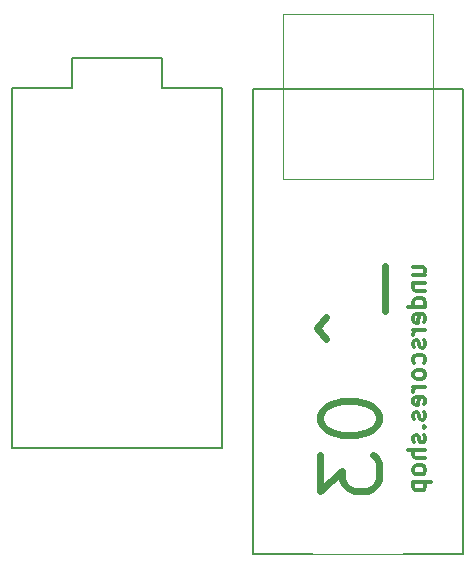
<source format=gbo>
G04 #@! TF.GenerationSoftware,KiCad,Pcbnew,(5.1.4-0-10_14)*
G04 #@! TF.CreationDate,2021-06-29T13:44:29+12:00*
G04 #@! TF.ProjectId,transcribe_circuit,7472616e-7363-4726-9962-655f63697263,rev?*
G04 #@! TF.SameCoordinates,Original*
G04 #@! TF.FileFunction,Legend,Bot*
G04 #@! TF.FilePolarity,Positive*
%FSLAX46Y46*%
G04 Gerber Fmt 4.6, Leading zero omitted, Abs format (unit mm)*
G04 Created by KiCad (PCBNEW (5.1.4-0-10_14)) date 2021-06-29 13:44:29*
%MOMM*%
%LPD*%
G04 APERTURE LIST*
%ADD10C,0.600000*%
%ADD11C,0.300000*%
%ADD12C,0.150000*%
%ADD13C,0.120000*%
G04 APERTURE END LIST*
D10*
X-197661904Y774600000D02*
X-197661904Y770790476D01*
X-202661904Y770314285D02*
X-203376190Y769361904D01*
X-202661904Y768409523D01*
X-203138095Y761980952D02*
X-203138095Y761504761D01*
X-202900000Y761028571D01*
X-202661904Y760790476D01*
X-202185714Y760552380D01*
X-201233333Y760314285D01*
X-200042857Y760314285D01*
X-199090476Y760552380D01*
X-198614285Y760790476D01*
X-198376190Y761028571D01*
X-198138095Y761504761D01*
X-198138095Y761980952D01*
X-198376190Y762457142D01*
X-198614285Y762695238D01*
X-199090476Y762933333D01*
X-200042857Y763171428D01*
X-201233333Y763171428D01*
X-202185714Y762933333D01*
X-202661904Y762695238D01*
X-202900000Y762457142D01*
X-203138095Y761980952D01*
X-203138095Y758647619D02*
X-203138095Y755552380D01*
X-201233333Y757219047D01*
X-201233333Y756504761D01*
X-200995238Y756028571D01*
X-200757142Y755790476D01*
X-200280952Y755552380D01*
X-199090476Y755552380D01*
X-198614285Y755790476D01*
X-198376190Y756028571D01*
X-198138095Y756504761D01*
X-198138095Y757933333D01*
X-198376190Y758409523D01*
X-198614285Y758647619D01*
D11*
X-195221428Y773885714D02*
X-194221428Y773885714D01*
X-195221428Y774528571D02*
X-194435714Y774528571D01*
X-194292857Y774457142D01*
X-194221428Y774314285D01*
X-194221428Y774100000D01*
X-194292857Y773957142D01*
X-194364285Y773885714D01*
X-195221428Y773171428D02*
X-194221428Y773171428D01*
X-195078571Y773171428D02*
X-195150000Y773100000D01*
X-195221428Y772957142D01*
X-195221428Y772742857D01*
X-195150000Y772600000D01*
X-195007142Y772528571D01*
X-194221428Y772528571D01*
X-194221428Y771171428D02*
X-195721428Y771171428D01*
X-194292857Y771171428D02*
X-194221428Y771314285D01*
X-194221428Y771600000D01*
X-194292857Y771742857D01*
X-194364285Y771814285D01*
X-194507142Y771885714D01*
X-194935714Y771885714D01*
X-195078571Y771814285D01*
X-195150000Y771742857D01*
X-195221428Y771600000D01*
X-195221428Y771314285D01*
X-195150000Y771171428D01*
X-194292857Y769885714D02*
X-194221428Y770028571D01*
X-194221428Y770314285D01*
X-194292857Y770457142D01*
X-194435714Y770528571D01*
X-195007142Y770528571D01*
X-195150000Y770457142D01*
X-195221428Y770314285D01*
X-195221428Y770028571D01*
X-195150000Y769885714D01*
X-195007142Y769814285D01*
X-194864285Y769814285D01*
X-194721428Y770528571D01*
X-194221428Y769171428D02*
X-195221428Y769171428D01*
X-194935714Y769171428D02*
X-195078571Y769100000D01*
X-195150000Y769028571D01*
X-195221428Y768885714D01*
X-195221428Y768742857D01*
X-194292857Y768314285D02*
X-194221428Y768171428D01*
X-194221428Y767885714D01*
X-194292857Y767742857D01*
X-194435714Y767671428D01*
X-194507142Y767671428D01*
X-194650000Y767742857D01*
X-194721428Y767885714D01*
X-194721428Y768100000D01*
X-194792857Y768242857D01*
X-194935714Y768314285D01*
X-195007142Y768314285D01*
X-195150000Y768242857D01*
X-195221428Y768100000D01*
X-195221428Y767885714D01*
X-195150000Y767742857D01*
X-194292857Y766385714D02*
X-194221428Y766528571D01*
X-194221428Y766814285D01*
X-194292857Y766957142D01*
X-194364285Y767028571D01*
X-194507142Y767100000D01*
X-194935714Y767100000D01*
X-195078571Y767028571D01*
X-195150000Y766957142D01*
X-195221428Y766814285D01*
X-195221428Y766528571D01*
X-195150000Y766385714D01*
X-194221428Y765528571D02*
X-194292857Y765671428D01*
X-194364285Y765742857D01*
X-194507142Y765814285D01*
X-194935714Y765814285D01*
X-195078571Y765742857D01*
X-195150000Y765671428D01*
X-195221428Y765528571D01*
X-195221428Y765314285D01*
X-195150000Y765171428D01*
X-195078571Y765100000D01*
X-194935714Y765028571D01*
X-194507142Y765028571D01*
X-194364285Y765100000D01*
X-194292857Y765171428D01*
X-194221428Y765314285D01*
X-194221428Y765528571D01*
X-194221428Y764385714D02*
X-195221428Y764385714D01*
X-194935714Y764385714D02*
X-195078571Y764314285D01*
X-195150000Y764242857D01*
X-195221428Y764100000D01*
X-195221428Y763957142D01*
X-194292857Y762885714D02*
X-194221428Y763028571D01*
X-194221428Y763314285D01*
X-194292857Y763457142D01*
X-194435714Y763528571D01*
X-195007142Y763528571D01*
X-195150000Y763457142D01*
X-195221428Y763314285D01*
X-195221428Y763028571D01*
X-195150000Y762885714D01*
X-195007142Y762814285D01*
X-194864285Y762814285D01*
X-194721428Y763528571D01*
X-194292857Y762242857D02*
X-194221428Y762100000D01*
X-194221428Y761814285D01*
X-194292857Y761671428D01*
X-194435714Y761600000D01*
X-194507142Y761600000D01*
X-194650000Y761671428D01*
X-194721428Y761814285D01*
X-194721428Y762028571D01*
X-194792857Y762171428D01*
X-194935714Y762242857D01*
X-195007142Y762242857D01*
X-195150000Y762171428D01*
X-195221428Y762028571D01*
X-195221428Y761814285D01*
X-195150000Y761671428D01*
X-194364285Y760957142D02*
X-194292857Y760885714D01*
X-194221428Y760957142D01*
X-194292857Y761028571D01*
X-194364285Y760957142D01*
X-194221428Y760957142D01*
X-194292857Y760314285D02*
X-194221428Y760171428D01*
X-194221428Y759885714D01*
X-194292857Y759742857D01*
X-194435714Y759671428D01*
X-194507142Y759671428D01*
X-194650000Y759742857D01*
X-194721428Y759885714D01*
X-194721428Y760100000D01*
X-194792857Y760242857D01*
X-194935714Y760314285D01*
X-195007142Y760314285D01*
X-195150000Y760242857D01*
X-195221428Y760100000D01*
X-195221428Y759885714D01*
X-195150000Y759742857D01*
X-194221428Y759028571D02*
X-195721428Y759028571D01*
X-194221428Y758385714D02*
X-195007142Y758385714D01*
X-195150000Y758457142D01*
X-195221428Y758600000D01*
X-195221428Y758814285D01*
X-195150000Y758957142D01*
X-195078571Y759028571D01*
X-194221428Y757457142D02*
X-194292857Y757600000D01*
X-194364285Y757671428D01*
X-194507142Y757742857D01*
X-194935714Y757742857D01*
X-195078571Y757671428D01*
X-195150000Y757600000D01*
X-195221428Y757457142D01*
X-195221428Y757242857D01*
X-195150000Y757100000D01*
X-195078571Y757028571D01*
X-194935714Y756957142D01*
X-194507142Y756957142D01*
X-194364285Y757028571D01*
X-194292857Y757100000D01*
X-194221428Y757242857D01*
X-194221428Y757457142D01*
X-195221428Y756314285D02*
X-193721428Y756314285D01*
X-195150000Y756314285D02*
X-195221428Y756171428D01*
X-195221428Y755885714D01*
X-195150000Y755742857D01*
X-195078571Y755671428D01*
X-194935714Y755600000D01*
X-194507142Y755600000D01*
X-194364285Y755671428D01*
X-194292857Y755742857D01*
X-194221428Y755885714D01*
X-194221428Y756171428D01*
X-194292857Y756314285D01*
D12*
X-208790000Y750260000D02*
X-208790000Y789630000D01*
X-203710000Y750260000D02*
X-208790000Y750260000D01*
X-191010000Y750260000D02*
X-196090000Y750260000D01*
X-191010000Y789630000D02*
X-191010000Y750260000D01*
X-208790000Y789630000D02*
X-191010000Y789630000D01*
D13*
X-203710000Y750260000D02*
X-196090000Y750260000D01*
X-206250000Y782010000D02*
X-193550000Y782010000D01*
X-193550000Y782010000D02*
X-193550000Y795980000D01*
X-193550000Y795980000D02*
X-206250000Y795980000D01*
X-206250000Y795980000D02*
X-206250000Y782010000D01*
D12*
X-211410000Y789640000D02*
X-211410000Y759160000D01*
X-216490000Y789640000D02*
X-211410000Y789640000D01*
X-216490000Y792180000D02*
X-216490000Y789640000D01*
X-224110000Y792180000D02*
X-216490000Y792180000D01*
X-224110000Y789640000D02*
X-224110000Y792180000D01*
X-229190000Y789640000D02*
X-224110000Y789640000D01*
X-229190000Y759160000D02*
X-229190000Y789640000D01*
X-211410000Y759160000D02*
X-229190000Y759160000D01*
M02*

</source>
